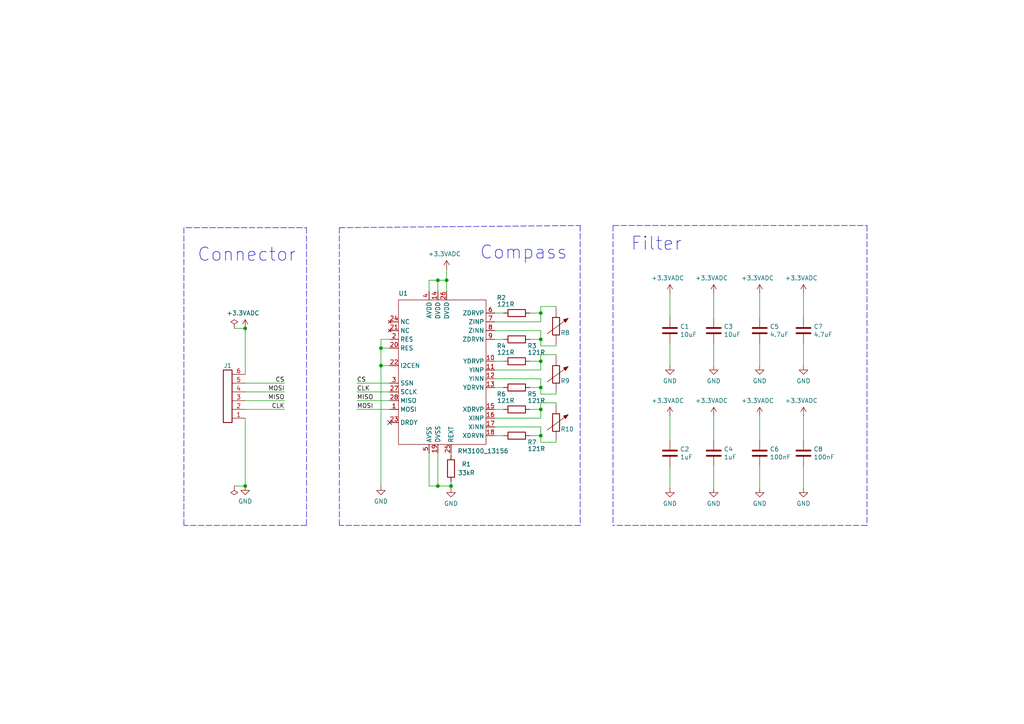
<source format=kicad_sch>
(kicad_sch (version 20211123) (generator eeschema)
  (paper "A4")
  (title_block (title "Geomagnetometer") (date "2022-07-09") (rev "1.0.1"))
  (lib_symbols
    (symbol "Connector_Generic:Conn_01x06" (pin_names (offset 1.016) hide)
      (property "Reference" "J" (at 0 7.62 0))
      (property "Value" "Conn_01x06" (at 0 -10.16 0))
      (symbol "Conn_01x06_1_1"
        (rectangle (start -1.27 6.35) (end 1.27 -8.89) (stroke (width 0.254)))
        (pin passive line (at -5.08 5.08 0) (length 3.81) (name "Pin_1") (number "1"))
        (pin passive line (at -5.08 2.54 0) (length 3.81) (name "Pin_2") (number "2"))
        (pin passive line (at -5.08 0 0) (length 3.81) (name "Pin_3") (number "3"))
        (pin passive line (at -5.08 -2.54 0) (length 3.81) (name "Pin_4") (number "4"))
        (pin passive line (at -5.08 -5.08 0) (length 3.81) (name "Pin_5") (number "5"))
        (pin passive line (at -5.08 -7.62 0) (length 3.81) (name "Pin_6") (number "6"))
      )
    )
    (symbol "Device:C" (pin_numbers hide) (pin_names (offset 0.254))
      (property "Reference" "C" (at 0.635 2.54 0))
      (property "Value" "C" (at 0.635 -2.54 0))
      (symbol "C_0_1"
        (polyline (pts (xy -2.032 -0.762) (xy 2.032 -0.762)) (stroke (width 0.508)))
        (polyline (pts (xy -2.032 0.762) (xy 2.032 0.762)) (stroke (width 0.508)))
      )
      (symbol "C_1_1"
        (pin passive line (at 0 3.81 270) (length 2.794) (name "~") (number "1"))
        (pin passive line (at 0 -3.81 90) (length 2.794) (name "~") (number "2"))
      )
    )
    (symbol "Device:R" (pin_numbers hide) (pin_names (offset 0))
      (property "Reference" "R" (at 2.032 0 90))
      (property "Value" "R" (at 0 0 90))
      (symbol "R_0_1"
        (rectangle (start -1.016 -2.54) (end 1.016 2.54) (stroke (width 0.254)))
      )
      (symbol "R_1_1"
        (pin passive line (at 0 3.81 270) (length 1.27) (name "~") (number "1"))
        (pin passive line (at 0 -3.81 90) (length 1.27) (name "~") (number "2"))
      )
    )
    (symbol "MM32_Periph:PN13101(Z)" (pin_numbers hide) (pin_names hide)
      (property "Reference" "R" (at 3.81 2.54 0))
      (symbol "PN13101(Z)_0_1"
        (polyline (pts (xy 4.6228 7.2644) (xy -1.3208 2.8956)))
        (polyline (pts (xy 4.7752 7.366) (xy 3.4036 7.0104) (xy 3.9624 6.1468) (xy 4.7752 7.366)) (fill (type outline)))
        (rectangle (start 2.286 7.62) (end 0.254 2.54) (stroke (width 0.254)))
      )
      (symbol "PN13101(Z)_1_1"
        (pin passive line (at 1.27 0 90) (length 2.54) (name "A") (number "1"))
        (pin passive line (at 1.27 10.16 270) (length 2.54) (name "B") (number "2"))
      )
    )
    (symbol "MM32_Periph:PN13104(XY)" (pin_numbers hide) (pin_names hide)
      (property "Reference" "R" (at 3.302 3.6068 0))
      (symbol "PN13104(XY)_0_1"
        (polyline (pts (xy 4.6228 8.5344) (xy -1.3208 4.1656)))
        (polyline (pts (xy 4.7752 8.636) (xy 3.4036 8.2804) (xy 3.9624 7.4168) (xy 4.7752 8.636)) (fill (type outline)))
        (rectangle (start 2.286 8.89) (end 0.254 3.81) (stroke (width 0.254)))
      )
      (symbol "PN13104(XY)_1_1"
        (pin passive line (at 1.27 1.27 90) (length 2.54) (name "A") (number "1"))
        (pin passive line (at 1.27 11.43 270) (length 2.54) (name "B") (number "2"))
      )
    )
    (symbol "MM32_Periph:RM3100_13156"
      (property "Reference" "U" (at 1.27 44.45 0))
      (property "Value" "RM3100_13156" (at 25.4 -1.27 0))
      (symbol "RM3100_13156_0_1"
        (rectangle (start 0 41.91) (end 25.4 0))
      )
      (symbol "RM3100_13156_1_1"
        (pin input line (at -2.54 10.16 0) (length 2.54) (name "MOSI") (number "1"))
        (pin output line (at 27.94 24.13 180) (length 2.54) (name "YDRVP") (number "10"))
        (pin input line (at 27.94 21.59 180) (length 2.54) (name "YINP") (number "11"))
        (pin input line (at 27.94 19.05 180) (length 2.54) (name "YINN") (number "12"))
        (pin output line (at 27.94 16.51 180) (length 2.54) (name "YDRVN") (number "13"))
        (pin power_in line (at 11.43 44.45 270) (length 2.54) (name "DVDD") (number "14"))
        (pin output line (at 27.94 10.16 180) (length 2.54) (name "XDRVP") (number "15"))
        (pin input line (at 27.94 7.62 180) (length 2.54) (name "XINP") (number "16"))
        (pin input line (at 27.94 5.08 180) (length 2.54) (name "XINN") (number "17"))
        (pin output line (at 27.94 2.54 180) (length 2.54) (name "XDRVN") (number "18"))
        (pin power_in line (at 11.43 -2.54 90) (length 2.54) (name "DVSS") (number "19"))
        (pin passive line (at -2.54 30.48 0) (length 2.54) (name "RES") (number "2"))
        (pin passive line (at -2.54 27.94 0) (length 2.54) (name "RES") (number "20"))
        (pin no_connect line (at -2.54 33.02 0) (length 2.54) (name "NC") (number "21"))
        (pin input line (at -2.54 22.86 0) (length 2.54) (name "I2CEN") (number "22"))
        (pin output line (at -2.54 6.35 0) (length 2.54) (name "DRDY") (number "23"))
        (pin no_connect line (at -2.54 35.56 0) (length 2.54) (name "NC") (number "24"))
        (pin input line (at 15.24 -2.54 90) (length 2.54) (name "REXT") (number "25"))
        (pin power_in line (at 13.97 44.45 270) (length 2.54) (name "DVDD") (number "26"))
        (pin input line (at -2.54 15.24 0) (length 2.54) (name "SCLK") (number "27"))
        (pin output line (at -2.54 12.7 0) (length 2.54) (name "MISO") (number "28"))
        (pin input line (at -2.54 17.78 0) (length 2.54) (name "SSN") (number "3"))
        (pin power_in line (at 8.89 44.45 270) (length 2.54) (name "AVDD") (number "4"))
        (pin power_in line (at 8.89 -2.54 90) (length 2.54) (name "AVSS") (number "5"))
        (pin output line (at 27.94 38.1 180) (length 2.54) (name "ZDRVP") (number "6"))
        (pin input line (at 27.94 35.56 180) (length 2.54) (name "ZINP") (number "7"))
        (pin input line (at 27.94 33.02 180) (length 2.54) (name "ZINN") (number "8"))
        (pin output line (at 27.94 30.48 180) (length 2.54) (name "ZDRVN") (number "9"))
      )
    )
    (symbol "power:+3.3VADC" (power) (pin_names (offset 0))
      (property "Value" "+3.3VADC" (at 0 2.54 0))
      (symbol "+3.3VADC_0_0"
        (pin power_in line (at 0 0 90) (length 0) hide (name "+3.3VADC") (number "1"))
      )
      (symbol "+3.3VADC_0_1"
        (polyline (pts (xy -0.762 1.27) (xy 0 2.54)))
        (polyline (pts (xy 0 0) (xy 0 2.54)))
        (polyline (pts (xy 0 2.54) (xy 0.762 1.27)))
      )
    )
    (symbol "power:GND" (power) (pin_names (offset 0))
      (property "Value" "GND" (at 0 -3.81 0))
      (symbol "GND_0_1"
        (polyline (pts (xy 0 0) (xy 0 -1.27) (xy 1.27 -1.27) (xy 0 -2.54) (xy -1.27 -1.27) (xy 0 -1.27)))
      )
      (symbol "GND_1_1"
        (pin power_in line (at 0 0 270) (length 0) hide (name "GND") (number "1"))
      )
    )
    (symbol "power:PWR_FLAG" (power) (pin_numbers hide) (pin_names (offset 0) hide)
      (property "Value" "PWR_FLAG" (at 0 3.81 0))
      (symbol "PWR_FLAG_0_0"
        (pin power_out line (at 0 0 90) (length 0) (name "pwr") (number "1"))
      )
      (symbol "PWR_FLAG_0_1"
        (polyline (pts (xy 0 0) (xy 0 1.27) (xy -1.016 1.905) (xy 0 2.54) (xy 1.016 1.905) (xy 0 1.27)))
      )
    )
  )
  (junction (at 130.81 140.97))
  (junction (at 156.845 90.805))
  (junction (at 71.12 95.25))
  (junction (at 156.845 112.395))
  (junction (at 156.845 104.775))
  (junction (at 110.49 100.965))
  (junction (at 156.845 126.365))
  (junction (at 127 81.28))
  (junction (at 129.54 81.28))
  (junction (at 71.12 140.97))
  (junction (at 110.49 106.045))
  (junction (at 127 140.97))
  (junction (at 156.845 118.745))
  (junction (at 156.845 98.425))
  (no_connect (at 113.03 122.555))
  (wire (pts (xy 82.55 118.745) (xy 71.12 118.745)))
  (wire (pts (xy 71.12 121.285) (xy 71.12 140.97)))
  (wire (pts (xy 143.51 107.315) (xy 156.845 107.315)))
  (wire (pts (xy 153.67 112.395) (xy 156.845 112.395)))
  (wire (pts (xy 156.845 102.87) (xy 161.29 102.87)))
  (wire (pts (xy 156.845 95.885) (xy 156.845 98.425)))
  (wire (pts (xy 156.845 123.825) (xy 156.845 126.365)))
  (wire (pts (xy 156.845 112.395) (xy 156.845 114.3)))
  (wire (pts (xy 82.55 111.125) (xy 71.12 111.125)))
  (polyline (pts (xy 98.425 66.04) (xy 98.425 152.4)))
  (wire (pts (xy 207.01 85.09) (xy 207.01 92.075)))
  (wire (pts (xy 156.845 114.3) (xy 161.29 114.3)))
  (wire (pts (xy 143.51 126.365) (xy 146.05 126.365)))
  (wire (pts (xy 130.81 139.7) (xy 130.81 140.97)))
  (polyline (pts (xy 168.275 65.405) (xy 168.275 152.4)))
  (wire (pts (xy 194.31 135.255) (xy 194.31 141.605)))
  (wire (pts (xy 194.31 120.65) (xy 194.31 127.635)))
  (wire (pts (xy 82.55 113.665) (xy 71.12 113.665)))
  (polyline (pts (xy 251.46 152.4) (xy 177.8 152.4)))
  (wire (pts (xy 161.29 114.3) (xy 161.29 113.665)))
  (wire (pts (xy 156.845 118.745) (xy 156.845 116.84)))
  (wire (pts (xy 127 84.455) (xy 127 81.28)))
  (wire (pts (xy 127 131.445) (xy 127 140.97)))
  (wire (pts (xy 143.51 95.885) (xy 156.845 95.885)))
  (polyline (pts (xy 53.975 66.04) (xy 88.9 66.04)))
  (polyline (pts (xy 168.275 152.4) (xy 98.425 152.4)))
  (wire (pts (xy 143.51 121.285) (xy 156.845 121.285)))
  (polyline (pts (xy 98.425 66.04) (xy 168.275 65.405)))
  (wire (pts (xy 153.67 90.805) (xy 156.845 90.805)))
  (wire (pts (xy 143.51 93.345) (xy 156.845 93.345)))
  (wire (pts (xy 156.845 98.425) (xy 156.845 100.33)))
  (wire (pts (xy 143.51 123.825) (xy 156.845 123.825)))
  (wire (pts (xy 103.505 111.125) (xy 113.03 111.125)))
  (wire (pts (xy 71.12 108.585) (xy 71.12 95.25)))
  (wire (pts (xy 110.49 140.97) (xy 110.49 106.045)))
  (wire (pts (xy 129.54 81.28) (xy 127 81.28)))
  (wire (pts (xy 143.51 104.775) (xy 146.05 104.775)))
  (wire (pts (xy 156.845 109.855) (xy 156.845 112.395)))
  (wire (pts (xy 156.845 90.805) (xy 156.845 88.9)))
  (polyline (pts (xy 88.9 66.04) (xy 88.9 152.4)))
  (polyline (pts (xy 177.8 65.405) (xy 251.46 65.405)))
  (wire (pts (xy 103.505 116.205) (xy 113.03 116.205)))
  (wire (pts (xy 124.46 131.445) (xy 124.46 140.97)))
  (wire (pts (xy 220.345 135.255) (xy 220.345 141.605)))
  (wire (pts (xy 124.46 81.28) (xy 124.46 84.455)))
  (wire (pts (xy 207.01 120.65) (xy 207.01 127.635)))
  (wire (pts (xy 124.46 140.97) (xy 127 140.97)))
  (wire (pts (xy 143.51 90.805) (xy 146.05 90.805)))
  (wire (pts (xy 233.045 135.255) (xy 233.045 141.605)))
  (wire (pts (xy 153.67 98.425) (xy 156.845 98.425)))
  (wire (pts (xy 156.845 116.84) (xy 161.29 116.84)))
  (wire (pts (xy 194.31 85.09) (xy 194.31 92.075)))
  (wire (pts (xy 130.81 140.97) (xy 130.81 141.605)))
  (wire (pts (xy 129.54 84.455) (xy 129.54 81.28)))
  (wire (pts (xy 103.505 113.665) (xy 113.03 113.665)))
  (polyline (pts (xy 53.34 66.04) (xy 53.34 152.4)))
  (wire (pts (xy 143.51 109.855) (xy 156.845 109.855)))
  (wire (pts (xy 156.845 100.33) (xy 161.29 100.33)))
  (wire (pts (xy 156.845 121.285) (xy 156.845 118.745)))
  (wire (pts (xy 161.29 128.27) (xy 161.29 127.635)))
  (wire (pts (xy 110.49 106.045) (xy 113.03 106.045)))
  (polyline (pts (xy 177.8 65.405) (xy 177.8 152.4)))
  (wire (pts (xy 67.945 140.97) (xy 71.12 140.97)))
  (wire (pts (xy 161.29 88.9) (xy 161.29 89.535)))
  (wire (pts (xy 156.845 88.9) (xy 161.29 88.9)))
  (wire (pts (xy 127 81.28) (xy 124.46 81.28)))
  (wire (pts (xy 143.51 112.395) (xy 146.05 112.395)))
  (wire (pts (xy 110.49 98.425) (xy 113.03 98.425)))
  (polyline (pts (xy 251.46 65.405) (xy 251.46 152.4)))
  (wire (pts (xy 220.345 99.695) (xy 220.345 106.045)))
  (wire (pts (xy 194.31 99.695) (xy 194.31 106.045)))
  (wire (pts (xy 161.29 100.33) (xy 161.29 99.695)))
  (wire (pts (xy 127 140.97) (xy 130.81 140.97)))
  (wire (pts (xy 161.29 102.87) (xy 161.29 103.505)))
  (wire (pts (xy 156.845 128.27) (xy 161.29 128.27)))
  (wire (pts (xy 233.045 120.65) (xy 233.045 127.635)))
  (wire (pts (xy 110.49 100.965) (xy 110.49 98.425)))
  (wire (pts (xy 156.845 126.365) (xy 156.845 128.27)))
  (wire (pts (xy 130.81 132.08) (xy 130.81 131.445)))
  (wire (pts (xy 156.845 104.775) (xy 156.845 102.87)))
  (wire (pts (xy 110.49 100.965) (xy 113.03 100.965)))
  (wire (pts (xy 153.67 126.365) (xy 156.845 126.365)))
  (wire (pts (xy 156.845 107.315) (xy 156.845 104.775)))
  (wire (pts (xy 143.51 118.745) (xy 146.05 118.745)))
  (wire (pts (xy 233.045 99.695) (xy 233.045 106.045)))
  (polyline (pts (xy 88.9 152.4) (xy 53.34 152.4)))
  (wire (pts (xy 233.045 85.09) (xy 233.045 92.075)))
  (wire (pts (xy 153.67 118.745) (xy 156.845 118.745)))
  (wire (pts (xy 82.55 116.205) (xy 71.12 116.205)))
  (wire (pts (xy 153.67 104.775) (xy 156.845 104.775)))
  (wire (pts (xy 129.54 78.105) (xy 129.54 81.28)))
  (wire (pts (xy 67.945 95.25) (xy 71.12 95.25)))
  (wire (pts (xy 220.345 120.65) (xy 220.345 127.635)))
  (wire (pts (xy 207.01 99.695) (xy 207.01 106.045)))
  (wire (pts (xy 220.345 85.09) (xy 220.345 92.075)))
  (wire (pts (xy 143.51 98.425) (xy 146.05 98.425)))
  (wire (pts (xy 161.29 116.84) (xy 161.29 117.475)))
  (wire (pts (xy 156.845 93.345) (xy 156.845 90.805)))
  (wire (pts (xy 110.49 106.045) (xy 110.49 100.965)))
  (wire (pts (xy 207.01 135.255) (xy 207.01 141.605)))
  (wire (pts (xy 103.505 118.745) (xy 113.03 118.745)))
  (text "Compass" (at 139.065 75.565 0) (effects (font (size 3.81 3.81)) (justify left bottom)))
  (text "Filter" (at 182.88 73.025 0) (effects (font (size 3.81 3.81)) (justify left bottom)))
  (text "Connector" (at 57.15 76.2 0) (effects (font (size 3.81 3.81)) (justify left bottom)))
  (label "MOSI" (at 82.55 113.665 180))
  (label "CS" (at 103.505 111.125 0))
  (label "CLK" (at 103.505 113.665 0))
  (label "CLK" (at 82.55 118.745 180))
  (label "MISO" (at 82.55 116.205 180))
  (label "CS" (at 82.55 111.125 180))
  (label "MISO" (at 103.505 116.205 0))
  (label "MOSI" (at 103.505 118.745 0))
  (symbol (lib_id "power:GND") (at 233.045 106.045 0) (unit 1)
    (property "Reference" "#PWR019" (effects hide))
    (property "Value" "GND" (at 233.045 110.49 0))
  )
  (symbol (lib_id "MM32_Periph:PN13104(XY)") (at 160.02 128.905 0) (unit 1)
    (property "Reference" "R10" (at 162.56 124.46 0) (effects (justify left)))
    (property "Value" "PN13104(XY)" (effects hide))
    (property "Footprint" "ControlBoard:PN13104" (effects hide))
  )
  (symbol (lib_id "power:+3.3VADC") (at 71.12 95.25 0) (unit 1)
    (property "Reference" "#PWR01" (effects hide))
    (property "Value" "+3.3VADC" (at 70.485 90.805 0))
  )
  (symbol (lib_id "power:GND") (at 194.31 106.045 0) (unit 1)
    (property "Reference" "#PWR07" (effects hide))
    (property "Value" "GND" (at 194.31 110.49 0))
  )
  (symbol (lib_id "Device:R") (at 130.81 135.89 0) (unit 1)
    (property "Reference" "R1" (at 135.255 134.62 0))
    (property "Value" "33kR" (at 135.255 137.16 0))
    (property "Footprint" "ControlBoard:R_0603_1608Metric" (effects hide))
  )
  (symbol (lib_id "power:GND") (at 207.01 106.045 0) (unit 1)
    (property "Reference" "#PWR011" (effects hide))
    (property "Value" "GND" (at 207.01 110.49 0))
  )
  (symbol (lib_id "power:+3.3VADC") (at 207.01 120.65 0) (unit 1)
    (property "Reference" "#PWR012" (effects hide))
    (property "Value" "+3.3VADC" (at 206.375 116.205 0))
  )
  (symbol (lib_id "power:PWR_FLAG") (at 67.945 140.97 180) (unit 1)
    (property "Reference" "#FLG02" (effects hide))
    (property "Value" "PWR_FLAG" (effects hide))
  )
  (symbol (lib_id "Device:R") (at 149.86 104.775 90) (unit 1)
    (property "Reference" "R4" (at 145.415 100.33 90))
    (property "Value" "121R" (at 146.685 102.235 90))
    (property "Footprint" "ControlBoard:R_0603_1608Metric" (effects hide))
  )
  (symbol (lib_id "Device:C") (at 233.045 131.445 0) (unit 1)
    (property "Reference" "C8" (at 235.966 130.2766 0) (effects (justify left)))
    (property "Value" "100nF" (at 235.966 132.588 0) (effects (justify left)))
    (property "Footprint" "ControlBoard:C_0603_1608Metric" (effects hide))
  )
  (symbol (lib_id "power:+3.3VADC") (at 220.345 120.65 0) (unit 1)
    (property "Reference" "#PWR016" (effects hide))
    (property "Value" "+3.3VADC" (at 219.71 116.205 0))
  )
  (symbol (lib_id "MM32_Periph:RM3100_13156") (at 115.57 128.905 0) (unit 1)
    (property "Reference" "U1" (at 115.57 85.09 0) (effects (justify left)))
    (property "Value" "RM3100_13156" (at 132.715 130.81 0) (effects (justify left)))
    (property "Footprint" "ControlBoard:QFN-28-1EP_4x4mm_P0.4mm_EP2.4x2.4mm" (effects hide))
  )
  (symbol (lib_id "power:GND") (at 71.12 140.97 0) (unit 1)
    (property "Reference" "#PWR02" (effects hide))
    (property "Value" "GND" (at 71.12 145.415 0))
  )
  (symbol (lib_id "Device:C") (at 207.01 95.885 0) (unit 1)
    (property "Reference" "C3" (at 209.931 94.7166 0) (effects (justify left)))
    (property "Value" "10uF" (at 209.931 97.028 0) (effects (justify left)))
    (property "Footprint" "ControlBoard:C_0603_1608Metric" (effects hide))
  )
  (symbol (lib_id "Device:R") (at 149.86 98.425 90) (unit 1)
    (property "Reference" "R3" (at 154.305 100.33 90))
    (property "Value" "121R" (at 155.575 102.235 90))
    (property "Footprint" "ControlBoard:R_0603_1608Metric" (effects hide))
  )
  (symbol (lib_id "power:PWR_FLAG") (at 67.945 95.25 0) (mirror y) (unit 1)
    (property "Reference" "#FLG01" (effects hide))
    (property "Value" "PWR_FLAG" (effects hide))
  )
  (symbol (lib_id "power:GND") (at 220.345 141.605 0) (unit 1)
    (property "Reference" "#PWR017" (effects hide))
    (property "Value" "GND" (at 220.345 146.05 0))
  )
  (symbol (lib_id "Device:R") (at 149.86 118.745 90) (unit 1)
    (property "Reference" "R6" (at 145.415 114.3 90))
    (property "Value" "121R" (at 146.685 116.205 90))
    (property "Footprint" "ControlBoard:R_0603_1608Metric" (effects hide))
  )
  (symbol (lib_id "MM32_Periph:PN13104(XY)") (at 160.02 114.935 0) (unit 1)
    (property "Reference" "R9" (at 162.56 110.49 0) (effects (justify left)))
    (property "Value" "PN13104(XY)" (effects hide))
    (property "Footprint" "ControlBoard:PN13104" (effects hide))
  )
  (symbol (lib_id "Device:C") (at 194.31 95.885 0) (unit 1)
    (property "Reference" "C1" (at 197.231 94.7166 0) (effects (justify left)))
    (property "Value" "10uF" (at 197.231 97.028 0) (effects (justify left)))
    (property "Footprint" "ControlBoard:C_0603_1608Metric" (effects hide))
  )
  (symbol (lib_id "Device:R") (at 149.86 126.365 90) (unit 1)
    (property "Reference" "R7" (at 154.305 128.27 90))
    (property "Value" "121R" (at 155.575 130.175 90))
    (property "Footprint" "ControlBoard:R_0603_1608Metric" (effects hide))
  )
  (symbol (lib_id "power:+3.3VADC") (at 233.045 120.65 0) (unit 1)
    (property "Reference" "#PWR020" (effects hide))
    (property "Value" "+3.3VADC" (at 232.41 116.205 0))
  )
  (symbol (lib_id "power:GND") (at 220.345 106.045 0) (unit 1)
    (property "Reference" "#PWR015" (effects hide))
    (property "Value" "GND" (at 220.345 110.49 0))
  )
  (symbol (lib_id "Device:C") (at 220.345 95.885 0) (unit 1)
    (property "Reference" "C5" (at 223.266 94.7166 0) (effects (justify left)))
    (property "Value" "4.7uF" (at 223.266 97.028 0) (effects (justify left)))
    (property "Footprint" "ControlBoard:C_0603_1608Metric" (effects hide))
  )
  (symbol (lib_id "power:GND") (at 110.49 140.97 0) (unit 1)
    (property "Reference" "#PWR03" (effects hide))
    (property "Value" "GND" (at 110.49 145.415 0))
  )
  (symbol (lib_id "MM32_Periph:PN13101(Z)") (at 160.02 99.695 0) (unit 1)
    (property "Reference" "R8" (at 162.56 96.52 0) (effects (justify left)))
    (property "Value" "PN13101(Z)" (effects hide))
    (property "Footprint" "ControlBoard:PN13101" (effects hide))
  )
  (symbol (lib_id "power:GND") (at 130.81 141.605 0) (unit 1)
    (property "Reference" "#PWR05" (effects hide))
    (property "Value" "GND" (at 130.81 146.05 0))
  )
  (symbol (lib_id "Device:C") (at 207.01 131.445 0) (unit 1)
    (property "Reference" "C4" (at 209.931 130.2766 0) (effects (justify left)))
    (property "Value" "1uF" (at 209.931 132.588 0) (effects (justify left)))
    (property "Footprint" "ControlBoard:C_0603_1608Metric" (effects hide))
  )
  (symbol (lib_id "power:+3.3VADC") (at 194.31 85.09 0) (unit 1)
    (property "Reference" "#PWR06" (effects hide))
    (property "Value" "+3.3VADC" (at 193.675 80.645 0))
  )
  (symbol (lib_id "power:+3.3VADC") (at 220.345 85.09 0) (unit 1)
    (property "Reference" "#PWR014" (effects hide))
    (property "Value" "+3.3VADC" (at 219.71 80.645 0))
  )
  (symbol (lib_id "Connector_Generic:Conn_01x06") (at 66.04 116.205 180) (unit 1)
    (property "Reference" "J1" (at 66.04 106.045 0))
    (property "Value" "Conn_01x06" (effects hide))
    (property "Footprint" "Connector_JST:JST_GH_SM06B-GHS-TB_1x06-1MP_P1.25mm_Horizontal" (effects hide))
  )
  (symbol (lib_id "Device:C") (at 233.045 95.885 0) (unit 1)
    (property "Reference" "C7" (at 235.966 94.7166 0) (effects (justify left)))
    (property "Value" "4.7uF" (at 235.966 97.028 0) (effects (justify left)))
    (property "Footprint" "ControlBoard:C_0603_1608Metric" (effects hide))
  )
  (symbol (lib_id "power:+3.3VADC") (at 194.31 120.65 0) (unit 1)
    (property "Reference" "#PWR08" (effects hide))
    (property "Value" "+3.3VADC" (at 193.675 116.205 0))
  )
  (symbol (lib_id "power:+3.3VADC") (at 233.045 85.09 0) (unit 1)
    (property "Reference" "#PWR018" (effects hide))
    (property "Value" "+3.3VADC" (at 232.41 80.645 0))
  )
  (symbol (lib_id "Device:R") (at 149.86 90.805 90) (unit 1)
    (property "Reference" "R2" (at 145.415 86.36 90))
    (property "Value" "121R" (at 146.685 88.265 90))
    (property "Footprint" "ControlBoard:R_0603_1608Metric" (effects hide))
  )
  (symbol (lib_id "Device:R") (at 149.86 112.395 90) (unit 1)
    (property "Reference" "R5" (at 154.305 114.3 90))
    (property "Value" "121R" (at 155.575 116.205 90))
    (property "Footprint" "ControlBoard:R_0603_1608Metric" (effects hide))
  )
  (symbol (lib_id "power:+3.3VADC") (at 207.01 85.09 0) (unit 1)
    (property "Reference" "#PWR010" (effects hide))
    (property "Value" "+3.3VADC" (at 206.375 80.645 0))
  )
  (symbol (lib_id "power:GND") (at 194.31 141.605 0) (unit 1)
    (property "Reference" "#PWR09" (effects hide))
    (property "Value" "GND" (at 194.31 146.05 0))
  )
  (symbol (lib_id "power:GND") (at 233.045 141.605 0) (unit 1)
    (property "Reference" "#PWR021" (effects hide))
    (property "Value" "GND" (at 233.045 146.05 0))
  )
  (symbol (lib_id "power:GND") (at 207.01 141.605 0) (unit 1)
    (property "Reference" "#PWR013" (effects hide))
    (property "Value" "GND" (at 207.01 146.05 0))
  )
  (symbol (lib_id "Device:C") (at 194.31 131.445 0) (unit 1)
    (property "Reference" "C2" (at 197.231 130.2766 0) (effects (justify left)))
    (property "Value" "1uF" (at 197.231 132.588 0) (effects (justify left)))
    (property "Footprint" "ControlBoard:C_0603_1608Metric" (effects hide))
  )
  (symbol (lib_id "power:+3.3VADC") (at 129.54 78.105 0) (unit 1)
    (property "Reference" "#PWR04" (effects hide))
    (property "Value" "+3.3VADC" (at 128.905 73.66 0))
  )
  (symbol (lib_id "Device:C") (at 220.345 131.445 0) (unit 1)
    (property "Reference" "C6" (at 223.266 130.2766 0) (effects (justify left)))
    (property "Value" "100nF" (at 223.266 132.588 0) (effects (justify left)))
    (property "Footprint" "ControlBoard:C_0603_1608Metric" (effects hide))
  )
)
</source>
